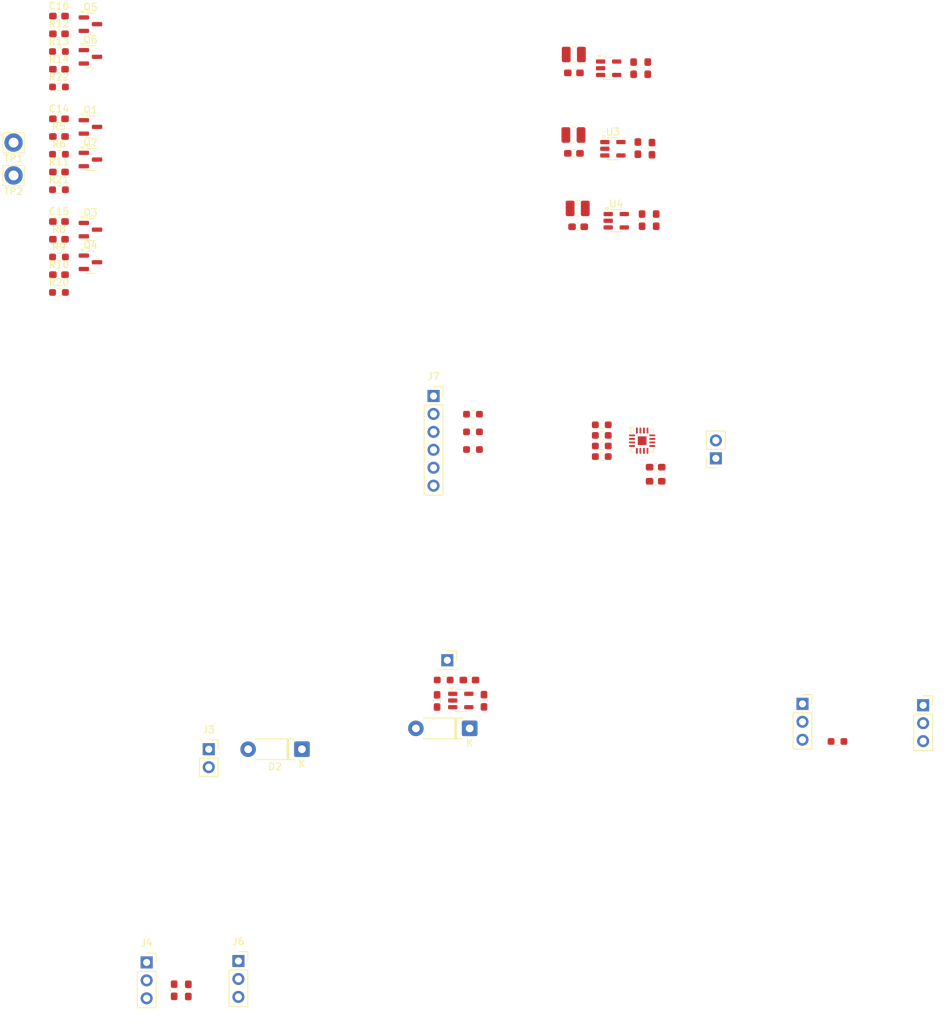
<source format=kicad_pcb>
(kicad_pcb (version 20241229) (generator "pcbnew") (generator_version "9.0")
  (layers (0 "F.Cu" signal) (2 "B.Cu" signal) (13 "F.Paste" user) (15 "B.Paste" user) (5 "F.SilkS" user "F.Silkscreen") (7 "B.SilkS" user "B.Silkscreen") (1 "F.Mask" user) (3 "B.Mask" user) (25 "Edge.Cuts" user))
  (net 0 "")
  (net 1 "GND")
  (net 2 "/5V_audio")
  (net 3 "/Vin")
  (net 4 "/5V_servo")
  (net 5 "/Power ctrl PYR1/pwr_out")
  (net 6 "/power")
  (net 7 "/Vbatt")
  (net 8 "/Power ctrl PYR/pwr_out")
  (net 9 "/5V_pyr")
  (net 10 "/Power ctrl/pwr_out")
  (net 11 "/Power ctrl/en")
  (net 12 "Net-(J1-Pin_3)")
  (net 13 "/charge_en")
  (net 14 "/pyr_en")
  (net 15 "Net-(J4-Pin_3)")
  (net 16 "Net-(J5-Pin_3)")
  (net 17 "/pyr_in")
  (net 18 "Net-(J7-Pin_3)")
  (net 19 "Net-(J7-Pin_2)")
  (net 20 "VDD")
  (net 21 "/audio_en")
  (net 22 "Net-(J7-Pin_4)")
  (net 23 "Net-(J8-Pin_1)")
  (net 24 "Net-(J8-Pin_2)")
  (net 25 "Net-(U1-SW)")
  (net 26 "Net-(U3-SW)")
  (net 27 "Net-(U4-SW)")
  (net 28 "Net-(Q1-B)")
  (net 29 "Net-(Q1-C)")
  (net 30 "Net-(Q2-G)")
  (net 31 "Net-(Q3-B)")
  (net 32 "Net-(Q3-C)")
  (net 33 "Net-(Q4-G)")
  (net 34 "Net-(Q5-C)")
  (net 35 "Net-(Q5-B)")
  (net 36 "Net-(Q6-G)")
  (net 37 "Net-(U2-DIN)")
  (net 38 "Net-(U2-BCLK)")
  (net 39 "Net-(U2-LRCLK)")
  (net 40 "Net-(U2-GAIN_SLOT)")
  (net 41 "Net-(U2-~{SD_MODE})")
  (net 42 "Net-(U8-PROG)")
  (footprint "Connector_PinSocket_2.54mm:PinSocket_1x03_P2.54mm_Vertical" (layer "F.Cu") (at 183.625 129.975)
    (property "Reference" "J5" (hide yes))
    (property "Value" "servo out")
    (pad "1" thru_hole rect (at 0 0) (size 1.7 1.7) (drill 1) (layers "*.Cu" "*.Mask") (net 1 "GND"))
    (pad "2" thru_hole circle (at 0 2.54) (size 1.7 1.7) (drill 1) (layers "*.Cu" "*.Mask") (net 10 "/Power ctrl/pwr_out"))
    (pad "3" thru_hole circle (at 0 5.08) (size 1.7 1.7) (drill 1) (layers "*.Cu" "*.Mask") (net 16 "Net-(J5-Pin_3)"))
  )
  (footprint "Connector_PinSocket_2.54mm:PinSocket_1x02_P2.54mm_Vertical" (layer "F.Cu") (at 82.4 136.2)
    (property "Reference" "J3" (at 0 -2.77 0) (layer "F.SilkS"))
    (property "Value" "power")
    (pad "1" thru_hole rect (at 0 0) (size 1.7 1.7) (drill 1) (layers "*.Cu" "*.Mask") (net 6 "/power"))
    (pad "2" thru_hole circle (at 0 2.54) (size 1.7 1.7) (drill 1) (layers "*.Cu" "*.Mask") (net 1 "GND"))
  )
  (footprint "Capacitor_SMD:C_0603_1608Metric_Pad1.08x0.95mm_HandSolder" (layer "F.Cu") (at 61.175 39.89)
    (property "Reference" "R14" (at 0 -1.43 0) (layer "F.SilkS"))
    (property "Value" "1k")
    (pad "1" smd roundrect (at -0.8625 0) (size 1.075 0.95) (layers "F.Cu" "F.Mask" "F.Paste") (net 36 "Net-(Q6-G)"))
    (pad "2" smd roundrect (at 0.8625 0) (size 1.075 0.95) (layers "F.Cu" "F.Mask" "F.Paste") (net 34 "Net-(Q5-C)"))
  )
  (footprint "Package_DFN_QFN:TQFN-16-1EP_3x3mm_P0.5mm_EP1.23x1.23mm" (layer "F.Cu") (at 143.8125 92.5)
    (property "Reference" "U2" (hide yes))
    (property "Value" "MAX98357A")
    (pad "1" smd roundrect (at -1.4375 -0.75) (size 0.825 0.25) (layers "F.Cu" "F.Mask" "F.Paste") (net 37 "Net-(U2-DIN)"))
    (pad "2" smd roundrect (at -1.4375 -0.25) (size 0.825 0.25) (layers "F.Cu" "F.Mask" "F.Paste") (net 40 "Net-(U2-GAIN_SLOT)"))
    (pad "3" smd roundrect (at -1.4375 0.25) (size 0.825 0.25) (layers "F.Cu" "F.Mask" "F.Paste") (net 1 "GND"))
    (pad "4" smd roundrect (at -1.4375 0.75) (size 0.825 0.25) (layers "F.Cu" "F.Mask" "F.Paste") (net 41 "Net-(U2-~{SD_MODE})"))
    (pad "5" smd roundrect (at -0.75 1.4375) (size 0.25 0.825) (layers "F.Cu" "F.Mask" "F.Paste"))
    (pad "6" smd roundrect (at -0.25 1.4375) (size 0.25 0.825) (layers "F.Cu" "F.Mask" "F.Paste"))
    (pad "7" smd roundrect (at 0.25 1.4375) (size 0.25 0.825) (layers "F.Cu" "F.Mask" "F.Paste") (net 2 "/5V_audio"))
    (pad "8" smd roundrect (at 0.75 1.4375) (size 0.25 0.825) (layers "F.Cu" "F.Mask" "F.Paste") (net 2 "/5V_audio"))
    (pad "9" smd roundrect (at 1.4375 0.75) (size 0.825 0.25) (layers "F.Cu" "F.Mask" "F.Paste") (net 23 "Net-(J8-Pin_1)"))
    (pad "10" smd roundrect (at 1.4375 0.25) (size 0.825 0.25) (layers "F.Cu" "F.Mask" "F.Paste") (net 24 "Net-(J8-Pin_2)"))
    (pad "11" smd roundrect (at 1.4375 -0.25) (size 0.825 0.25) (layers "F.Cu" "F.Mask" "F.Paste") (net 1 "GND"))
    (pad "12" smd roundrect (at 1.4375 -0.75) (size 0.825 0.25) (layers "F.Cu" "F.Mask" "F.Paste"))
    (pad "13" smd roundrect (at 0.75 -1.4375) (size 0.25 0.825) (layers "F.Cu" "F.Mask" "F.Paste"))
    (pad "14" smd roundrect (at 0.25 -1.4375) (size 0.25 0.825) (layers "F.Cu" "F.Mask" "F.Paste") (net 39 "Net-(U2-LRCLK)"))
    (pad "15" smd roundrect (at -0.25 -1.4375) (size 0.25 0.825) (layers "F.Cu" "F.Mask" "F.Paste") (net 1 "GND"))
    (pad "16" smd roundrect (at -0.75 -1.4375) (size 0.25 0.825) (layers "F.Cu" "F.Mask" "F.Paste") (net 38 "Net-(U2-BCLK)"))
    (pad "17" smd rect (at 0 0) (size 1.23 1.23) (property pad_prop_heatsink) (layers "F.Cu" "F.Mask") (net 1 "GND"))
  )
  (footprint "Connector_Pin:Pin_D1.4mm_L8.5mm_W2.8mm_FlatFork" (layer "F.Cu") (at 54.745 50.28)
    (property "Reference" "TP1" (at 0 2.25 0) (layer "F.SilkS"))
    (property "Value" "+")
    (pad "1" thru_hole circle (at 0 0) (size 2.6 2.6) (drill 1.4) (layers "*.Cu" "*.Mask") (net 7 "/Vbatt"))
  )
  (footprint "Resistor_SMD:R_0603_1608Metric_Pad0.98x0.95mm_HandSolder" (layer "F.Cu") (at 171.4875 135.1)
    (property "Reference" "R7" (hide yes))
    (property "Value" "33")
    (pad "1" smd roundrect (at -0.9125 0) (size 0.975 0.95) (layers "F.Cu" "F.Mask" "F.Paste") (net 12 "Net-(J1-Pin_3)"))
    (pad "2" smd roundrect (at 0.9125 0) (size 0.975 0.95) (layers "F.Cu" "F.Mask" "F.Paste") (net 16 "Net-(J5-Pin_3)"))
  )
  (footprint "Resistor_SMD:R_0603_1608Metric_Pad0.98x0.95mm_HandSolder" (layer "F.Cu") (at 138.0875 93.25)
    (property "Reference" "R19" (hide yes))
    (property "Value" "100k")
    (pad "1" smd roundrect (at -0.9125 0) (size 0.975 0.95) (layers "F.Cu" "F.Mask" "F.Paste") (net 1 "GND"))
    (pad "2" smd roundrect (at 0.9125 0) (size 0.975 0.95) (layers "F.Cu" "F.Mask" "F.Paste") (net 41 "Net-(U2-~{SD_MODE})"))
  )
  (footprint "Resistor_SMD:R_0603_1608Metric_Pad0.98x0.95mm_HandSolder" (layer "F.Cu") (at 138.0875 91.75)
    (property "Reference" "R16" (hide yes))
    (property "Value" "100k")
    (pad "1" smd roundrect (at -0.9125 0) (size 0.975 0.95) (layers "F.Cu" "F.Mask" "F.Paste") (net 20 "VDD"))
    (pad "2" smd roundrect (at 0.9125 0) (size 0.975 0.95) (layers "F.Cu" "F.Mask" "F.Paste") (net 40 "Net-(U2-GAIN_SLOT)"))
  )
  (footprint "Capacitor_SMD:C_0603_1608Metric_Pad1.08x0.95mm_HandSolder" (layer "F.Cu") (at 143.2 51.0625 90)
    (property "Reference" "C9" (hide yes))
    (property "Value" "100n")
    (pad "1" smd roundrect (at -0.8625 0 90) (size 1.075 0.95) (layers "F.Cu" "F.Mask" "F.Paste") (net 4 "/5V_servo"))
    (pad "2" smd roundrect (at 0.8625 0 90) (size 1.075 0.95) (layers "F.Cu" "F.Mask" "F.Paste") (net 1 "GND"))
  )
  (footprint "Capacitor_SMD:C_0603_1608Metric_Pad1.08x0.95mm_HandSolder" (layer "F.Cu") (at 61.175 49.42)
    (property "Reference" "R5" (at 0 -1.43 0) (layer "F.SilkS"))
    (property "Value" "1k")
    (pad "1" smd roundrect (at -0.8625 0) (size 1.075 0.95) (layers "F.Cu" "F.Mask" "F.Paste") (net 14 "/pyr_en"))
    (pad "2" smd roundrect (at 0.8625 0) (size 1.075 0.95) (layers "F.Cu" "F.Mask" "F.Paste") (net 28 "Net-(Q1-B)"))
  )
  (footprint "Resistor_SMD:R_0603_1608Metric_Pad0.98x0.95mm_HandSolder" (layer "F.Cu") (at 115.6875 126.4)
    (property "Reference" "R1" (hide yes))
    (property "Value" "2k")
    (pad "1" smd roundrect (at -0.9125 0) (size 0.975 0.95) (layers "F.Cu" "F.Mask" "F.Paste") (net 1 "GND"))
    (pad "2" smd roundrect (at 0.9125 0) (size 0.975 0.95) (layers "F.Cu" "F.Mask" "F.Paste") (net 13 "/charge_en"))
  )
  (footprint "Capacitor_SMD:C_0603_1608Metric_Pad1.08x0.95mm_HandSolder" (layer "F.Cu") (at 134.1375 51.8)
    (property "Reference" "C4" (hide yes))
    (property "Value" "22u")
    (pad "1" smd roundrect (at -0.8625 0) (size 1.075 0.95) (layers "F.Cu" "F.Mask" "F.Paste") (net 3 "/Vin"))
    (pad "2" smd roundrect (at 0.8625 0) (size 1.075 0.95) (layers "F.Cu" "F.Mask" "F.Paste") (net 1 "GND"))
  )
  (footprint "Capacitor_SMD:C_0603_1608Metric_Pad1.08x0.95mm_HandSolder" (layer "F.Cu") (at 61.175 46.91)
    (property "Reference" "C14" (at 0 -1.43 0) (layer "F.SilkS"))
    (property "Value" "22u")
    (pad "1" smd roundrect (at -0.8625 0) (size 1.075 0.95) (layers "F.Cu" "F.Mask" "F.Paste") (net 8 "/Power ctrl PYR/pwr_out"))
    (pad "2" smd roundrect (at 0.8625 0) (size 1.075 0.95) (layers "F.Cu" "F.Mask" "F.Paste") (net 1 "GND"))
  )
  (footprint "Resistor_SMD:R_0603_1608Metric_Pad0.98x0.95mm_HandSolder" (layer "F.Cu") (at 119.8375 91.25)
    (property "Reference" "R3" (hide yes))
    (property "Value" "33")
    (pad "1" smd roundrect (at -0.9125 0) (size 0.975 0.95) (layers "F.Cu" "F.Mask" "F.Paste") (net 18 "Net-(J7-Pin_3)"))
    (pad "2" smd roundrect (at 0.9125 0) (size 0.975 0.95) (layers "F.Cu" "F.Mask" "F.Paste") (net 38 "Net-(U2-BCLK)"))
  )
  (footprint "Capacitor_SMD:C_0603_1608Metric_Pad1.08x0.95mm_HandSolder" (layer "F.Cu") (at 144.6 39.7375 90)
    (property "Reference" "C1" (hide yes))
    (property "Value" "22u")
    (pad "1" smd roundrect (at -0.8625 0 90) (size 1.075 0.95) (layers "F.Cu" "F.Mask" "F.Paste") (net 2 "/5V_audio"))
    (pad "2" smd roundrect (at 0.8625 0 90) (size 1.075 0.95) (layers "F.Cu" "F.Mask" "F.Paste") (net 1 "GND"))
  )
  (footprint "Capacitor_SMD:C_0603_1608Metric_Pad1.08x0.95mm_HandSolder" (layer "F.Cu") (at 114.75 129.3625 90)
    (property "Reference" "C8" (hide yes))
    (property "Value" "4u7")
    (pad "1" smd roundrect (at -0.8625 0 90) (size 1.075 0.95) (layers "F.Cu" "F.Mask" "F.Paste") (net 7 "/Vbatt"))
    (pad "2" smd roundrect (at 0.8625 0 90) (size 1.075 0.95) (layers "F.Cu" "F.Mask" "F.Paste") (net 1 "GND"))
  )
  (footprint "Connector_Pin:Pin_D1.4mm_L8.5mm_W2.8mm_FlatFork" (layer "F.Cu") (at 54.745 54.93)
    (property "Reference" "TP2" (at 0 2.25 0) (layer "F.SilkS"))
    (property "Value" "-")
    (pad "1" thru_hole circle (at 0 0) (size 2.6 2.6) (drill 1.4) (layers "*.Cu" "*.Mask") (net 1 "GND"))
  )
  (footprint "Resistor_SMD:R_0603_1608Metric_Pad0.98x0.95mm_HandSolder" (layer "F.Cu") (at 138.0875 90.25)
    (property "Reference" "R15" (hide yes))
    (property "Value" "100k")
    (pad "1" smd roundrect (at -0.9125 0) (size 0.975 0.95) (layers "F.Cu" "F.Mask" "F.Paste") (net 1 "GND"))
    (pad "2" smd roundrect (at 0.9125 0) (size 0.975 0.95) (layers "F.Cu" "F.Mask" "F.Paste") (net 40 "Net-(U2-GAIN_SLOT)"))
  )
  (footprint "Package_TO_SOT_SMD:SOT-23-5" (layer "F.Cu") (at 118.1125 129.3)
    (property "Reference" "U8" (hide yes))
    (property "Value" "MCP73812")
    (pad "1" smd roundrect (at -1.1375 -0.95) (size 1.325 0.6) (layers "F.Cu" "F.Mask" "F.Paste") (net 13 "/charge_en"))
    (pad "2" smd roundrect (at -1.1375 0) (size 1.325 0.6) (layers "F.Cu" "F.Mask" "F.Paste") (net 1 "GND"))
    (pad "3" smd roundrect (at -1.1375 0.95) (size 1.325 0.6) (layers "F.Cu" "F.Mask" "F.Paste") (net 7 "/Vbatt"))
    (pad "4" smd roundrect (at 1.1375 0.95) (size 1.325 0.6) (layers "F.Cu" "F.Mask" "F.Paste") (net 6 "/power"))
    (pad "5" smd roundrect (at 1.1375 -0.95) (size 1.325 0.6) (layers "F.Cu" "F.Mask" "F.Paste") (net 42 "Net-(U8-PROG)"))
  )
  (footprint "Resistor_SMD:R_0603_1608Metric_Pad0.98x0.95mm_HandSolder" (layer "F.Cu") (at 138.0875 94.75)
    (property "Reference" "R18" (hide yes))
    (property "Value" "100k")
    (pad "1" smd roundrect (at -0.9125 0) (size 0.975 0.95) (layers "F.Cu" "F.Mask" "F.Paste") (net 20 "VDD"))
    (pad "2" smd roundrect (at 0.9125 0) (size 0.975 0.95) (layers "F.Cu" "F.Mask" "F.Paste") (net 41 "Net-(U2-~{SD_MODE})"))
  )
  (footprint "Connector_PinSocket_2.54mm:PinSocket_1x03_P2.54mm_Vertical" (layer "F.Cu") (at 73.6 166.4)
    (property "Reference" "J4" (at 0 -2.77 0) (layer "F.SilkS"))
    (property "Value" "pyr ctrl")
    (pad "1" thru_hole rect (at 0 0) (size 1.7 1.7) (drill 1) (layers "*.Cu" "*.Mask") (net 14 "/pyr_en"))
    (pad "2" thru_hole circle (at 0 2.54) (size 1.7 1.7) (drill 1) (layers "*.Cu" "*.Mask") (net 1 "GND"))
    (pad "3" thru_hole circle (at 0 5.08) (size 1.7 1.7) (drill 1) (layers "*.Cu" "*.Mask") (net 15 "Net-(J4-Pin_3)"))
  )
  (footprint "Capacitor_SMD:C_0603_1608Metric_Pad1.08x0.95mm_HandSolder" (layer "F.Cu") (at 79.5 170.3625 90)
    (property "Reference" "R98" (hide yes))
    (property "Value" "1k")
    (pad "1" smd roundrect (at -0.8625 0 90) (size 1.075 0.95) (layers "F.Cu" "F.Mask" "F.Paste") (net 15 "Net-(J4-Pin_3)"))
    (pad "2" smd roundrect (at 0.8625 0 90) (size 1.075 0.95) (layers "F.Cu" "F.Mask" "F.Paste") (net 17 "/pyr_in"))
  )
  (footprint "Resistor_SMD:R_0603_1608Metric_Pad0.98x0.95mm_HandSolder" (layer "F.Cu") (at 119.8375 88.75)
    (property "Reference" "R2" (hide yes))
    (property "Value" "33")
    (pad "1" smd roundrect (at -0.9125 0) (size 0.975 0.95) (layers "F.Cu" "F.Mask" "F.Paste") (net 19 "Net-(J7-Pin_2)"))
    (pad "2" smd roundrect (at 0.9125 0) (size 0.975 0.95) (layers "F.Cu" "F.Mask" "F.Paste") (net 37 "Net-(U2-DIN)"))
  )
  (footprint "Inductor_SMD:L_1008_2520Metric" (layer "F.Cu") (at 134.125 37.8)
    (property "Reference" "L1" (hide yes))
    (property "Value" "4.7uH")
    (pad "1" smd roundrect (at -1.075 0) (size 1.25 2.2) (layers "F.Cu" "F.Mask" "F.Paste") (roundrect_rratio 0.2) (net 5 "/Power ctrl PYR1/pwr_out"))
    (pad "2" smd roundrect (at 1.075 0) (size 1.25 2.2) (layers "F.Cu" "F.Mask" "F.Paste") (roundrect_rratio 0.2) (net 25 "Net-(U1-SW)"))
  )
  (footprint "Package_TO_SOT_SMD:SOT-23" (layer "F.Cu") (at 65.635 67.23)
    (property "Reference" "Q4" (at 0 -2.4 0) (layer "F.SilkS"))
    (property "Value" "PMOS")
    (pad "1" smd roundrect (at -0.9375 -0.95) (size 1.475 0.6) (layers "F.Cu" "F.Mask" "F.Paste") (net 10 "/Power ctrl/pwr_out"))
    (pad "2" smd roundrect (at -0.9375 0.95) (size 1.475 0.6) (layers "F.Cu" "F.Mask" "F.Paste") (net 33 "Net-(Q4-G)"))
    (pad "3" smd roundrect (at 0.9375 0) (size 1.475 0.6) (layers "F.Cu" "F.Mask" "F.Paste") (net 4 "/5V_servo"))
  )
  (footprint "Package_TO_SOT_SMD:SOT-23" (layer "F.Cu") (at 65.635 62.605)
    (property "Reference" "Q3" (at 0 -2.4 0) (layer "F.SilkS"))
    (property "Value" "NPN")
    (pad "1" smd roundrect (at -0.9375 -0.95) (size 1.475 0.6) (layers "F.Cu" "F.Mask" "F.Paste") (net 32 "Net-(Q3-C)"))
    (pad "2" smd roundrect (at -0.9375 0.95) (size 1.475 0.6) (layers "F.Cu" "F.Mask" "F.Paste") (net 31 "Net-(Q3-B)"))
    (pad "3" smd roundrect (at 0.9375 0) (size 1.475 0.6) (layers "F.Cu" "F.Mask" "F.Paste") (net 1 "GND"))
  )
  (footprint "Capacitor_SMD:C_0603_1608Metric_Pad1.08x0.95mm_HandSolder" (layer "F.Cu") (at 142.6 39.7375 90)
    (property "Reference" "C17" (hide yes))
    (property "Value" "100n")
    (pad "1" smd roundrect (at -0.8625 0 90) (size 1.075 0.95) (layers "F.Cu" "F.Mask" "F.Paste") (net 2 "/5V_audio"))
    (pad "2" smd roundrect (at 0.8625 0 90) (size 1.075 0.95) (layers "F.Cu" "F.Mask" "F.Paste") (net 1 "GND"))
  )
  (footprint "Capacitor_SMD:C_0603_1608Metric_Pad1.08x0.95mm_HandSolder" (layer "F.Cu") (at 145.725 98.25)
    (property "Reference" "C2" (hide yes))
    (property "Value" "22u")
    (pad "1" smd roundrect (at -0.8625 0) (size 1.075 0.95) (layers "F.Cu" "F.Mask" "F.Paste") (net 2 "/5V_audio"))
    (pad "2" smd roundrect (at 0.8625 0) (size 1.075 0.95) (layers "F.Cu" "F.Mask" "F.Paste") (net 1 "GND"))
  )
  (footprint "Connector_PinSocket_2.54mm:PinSocket_1x03_P2.54mm_Vertical" (layer "F.Cu") (at 86.6 166.2)
    (property "Reference" "J6" (at 0 -2.77 0) (layer "F.SilkS"))
    (property "Value" "pyr in")
    (pad "1" thru_hole rect (at 0 0) (size 1.7 1.7) (drill 1) (layers "*.Cu" "*.Mask") (net 9 "/5V_pyr"))
    (pad "2" thru_hole circle (at 0 2.54) (size 1.7 1.7) (drill 1) (layers "*.Cu" "*.Mask") (net 17 "/pyr_in"))
    (pad "3" thru_hole circle (at 0 5.08) (size 1.7 1.7) (drill 1) (layers "*.Cu" "*.Mask") (net 1 "GND"))
  )
  (footprint "Diode_THT:D_DO-41_SOD81_P7.62mm_Horizontal" (layer "F.Cu") (at 119.37 133.25 180)
    (property "Reference" "D1" (hide yes))
    (property "Value" "1N5819")
    (fp_text user "K" (at 0 -2.1 0) (layer "F.SilkS"))
    (pad "1" thru_hole roundrect (at 0 0 180) (size 2.2 2.2) (drill 1.1) (layers "*.Cu" "*.Mask") (roundrect_rratio 0.113636) (net 3 "/Vin"))
    (pad "2" thru_hole circle (at 7.62 0 180) (size 2.2 2.2) (drill 1.1) (layers "*.Cu" "*.Mask") (net 7 "/Vbatt"))
  )
  (footprint "Capacitor_SMD:C_0603_1608Metric_Pad1.08x0.95mm_HandSolder" (layer "F.Cu") (at 121.4 129.3375 90)
    (property "Reference" "C7" (hide yes))
    (property "Value" "4u7")
    (pad "1" smd roundrect (at -0.8625 0 90) (size 1.075 0.95) (layers "F.Cu" "F.Mask" "F.Paste") (net 6 "/power"))
    (pad "2" smd roundrect (at 0.8625 0 90) (size 1.075 0.95) (layers "F.Cu" "F.Mask" "F.Paste") (net 1 "GND"))
  )
  (footprint "Capacitor_SMD:C_0603_1608Metric_Pad1.08x0.95mm_HandSolder" (layer "F.Cu") (at 61.175 54.44)
    (property "Reference" "R11" (at 0 -1.43 0) (layer "F.SilkS"))
    (property "Value" "1k")
    (pad "1" smd roundrect (at -0.8625 0) (size 1.075 0.95) (layers "F.Cu" "F.Mask" "F.Paste") (net 30 "Net-(Q2-G)"))
    (pad "2" smd roundrect (at 0.8625 0) (size 1.075 0.95) (layers "F.Cu" "F.Mask" "F.Paste") (net 29 "Net-(Q1-C)"))
  )
  (footprint "Resistor_SMD:R_0603_1608Metric_Pad0.98x0.95mm_HandSolder" (layer "F.Cu") (at 61.175 42.4)
    (property "Reference" "R22" (at 0 -1.43 0) (layer "F.SilkS"))
    (property "Value" "100k")
    (pad "1" smd roundrect (at -0.9125 0) (size 0.975 0.95) (layers "F.Cu" "F.Mask" "F.Paste") (net 21 "/audio_en"))
    (pad "2" smd roundrect (at 0.9125 0) (size 0.975 0.95) (layers "F.Cu" "F.Mask" "F.Paste") (net 1 "GND"))
  )
  (footprint "Resistor_SMD:R_0603_1608Metric_Pad0.98x0.95mm_HandSolder" (layer "F.Cu") (at 61.175 51.93)
    (property "Reference" "R6" (at 0 -1.43 0) (layer "F.SilkS"))
    (property "Value" "100k")
    (pad "1" smd roundrect (at -0.9125 0) (size 0.975 0.95) (layers "F.Cu" "F.Mask" "F.Paste") (net 3 "/Vin"))
    (pad "2" smd roundrect (at 0.9125 0) (size 0.975 0.95) (layers "F.Cu" "F.Mask" "F.Paste") (net 30 "Net-(Q2-G)"))
  )
  (footprint "Capacitor_SMD:C_0603_1608Metric_Pad1.08x0.95mm_HandSolder" (layer "F.Cu") (at 61.175 63.97)
    (property "Reference" "R8" (at 0 -1.43 0) (layer "F.SilkS"))
    (property "Value" "1k")
    (pad "1" smd roundrect (at -0.8625 0) (size 1.075 0.95) (layers "F.Cu" "F.Mask" "F.Paste") (net 11 "/Power ctrl/en"))
    (pad "2" smd roundrect (at 0.8625 0) (size 1.075 0.95) (layers "F.Cu" "F.Mask" "F.Paste") (net 31 "Net-(Q3-B)"))
  )
  (footprint "Capacitor_SMD:C_0603_1608Metric_Pad1.08x0.95mm_HandSolder" (layer "F.Cu") (at 77.5 170.3375 -90)
    (property "Reference" "R17" (hide yes))
    (property "Value" "2k")
    (pad "1" smd roundrect (at -0.8625 0 270) (size 1.075 0.95) (layers "F.Cu" "F.Mask" "F.Paste") (net 1 "GND"))
    (pad "2" smd roundrect (at 0.8625 0 270) (size 1.075 0.95) (layers "F.Cu" "F.Mask" "F.Paste") (net 15 "Net-(J4-Pin_3)"))
  )
  (footprint "Resistor_SMD:R_0603_1608Metric_Pad0.98x0.95mm_HandSolder" (layer "F.Cu") (at 119.8375 93.75)
    (property "Reference" "R4" (hide yes))
    (property "Value" "33")
    (pad "1" smd roundrect (at -0.9125 0) (size 0.975 0.95) (layers "F.Cu" "F.Mask" "F.Paste") (net 22 "Net-(J7-Pin_4)"))
    (pad "2" smd roundrect (at 0.9125 0) (size 0.975 0.95) (layers "F.Cu" "F.Mask" "F.Paste") (net 39 "Net-(U2-LRCLK)"))
  )
  (footprint "Package_TO_SOT_SMD:SOT-23" (layer "F.Cu") (at 65.635 33.505)
    (property "Reference" "Q5" (at 0 -2.4 0) (layer "F.SilkS"))
    (property "Value" "NPN")
    (pad "1" smd roundrect (at -0.9375 -0.95) (size 1.475 0.6) (layers "F.Cu" "F.Mask" "F.Paste") (net 34 "Net-(Q5-C)"))
    (pad "2" smd roundrect (at -0.9375 0.95) (size 1.475 0.6) (layers "F.Cu" "F.Mask" "F.Paste") (net 35 "Net-(Q5-B)"))
    (pad "3" smd roundrect (at 0.9375 0) (size 1.475 0.6) (layers "F.Cu" "F.Mask" "F.Paste") (net 1 "GND"))
  )
  (footprint "Resistor_SMD:R_0603_1608Metric_Pad0.98x0.95mm_HandSolder" (layer "F.Cu") (at 61.175 66.48)
    (property "Reference" "R9" (at 0 -1.43 0) (layer "F.SilkS"))
    (property "Value" "100k")
    (pad "1" smd roundrect (at -0.9125 0) (size 0.975 0.95) (layers "F.Cu" "F.Mask" "F.Paste") (net 4 "/5V_servo"))
    (pad "2" smd roundrect (at 0.9125 0) (size 0.975 0.95) (layers "F.Cu" "F.Mask" "F.Paste") (net 33 "Net-(Q4-G)"))
  )
  (footprint "Package_TO_SOT_SMD:SOT-23-5" (layer "F.Cu") (at 139.0625 39.75)
    (property "Reference" "U1" (hide yes))
    (property "Value" "TPS613222ADBV")
    (pad "1" smd roundrect (at -1.1375 -0.95) (size 1.325 0.6) (layers "F.Cu" "F.Mask" "F.Paste") (net 25 "Net-(U1-SW)"))
    (pad "2" smd roundrect (at -1.1375 0) (size 1.325 0.6) (layers "F.Cu" "F.Mask" "F.Paste") (net 1 "GND"))
    (pad "3" smd roundrect (at -1.1375 0.95) (size 1.325 0.6) (layers "F.Cu" "F.Mask" "F.Paste"))
    (pad "4" smd roundrect (at 1.1375 0.95) (size 1.325 0.6) (layers "F.Cu" "F.Mask" "F.Paste") (net 2 "/5V_audio"))
    (pad "5" smd roundrect (at 1.1375 -0.95) (size 1.325 0.6) (layers "F.Cu" "F.Mask" "F.Paste"))
  )
  (footprint "Connector_PinSocket_2.54mm:PinSocket_1x03_P2.54mm_Vertical" (layer "F.Cu") (at 166.525 129.775)
    (property "Reference" "J1" (hide yes))
    (property "Value" "servo ctrl")
    (pad "1" thru_hole rect (at 0 0) (size 1.7 1.7) (drill 1) (layers "*.Cu" "*.Mask") (net 11 "/Power ctrl/en"))
    (pad "2" thru_hole circle (at 0 2.54) (size 1.7 1.7) (drill 1) (layers "*.Cu" "*.Mask") (net 1 "GND"))
    (pad "3" thru_hole circle (at 0 5.08) (size 1.7 1.7) (drill 1) (layers "*.Cu" "*.Mask") (net 12 "Net-(J1-Pin_3)"))
  )
  (footprint "Resistor_SMD:R_0603_1608Metric_Pad0.98x0.95mm_HandSolder" (layer "F.Cu") (at 61.175 56.95)
    (property "Reference" "R21" (at 0 -1.43 0) (layer "F.SilkS"))
    (property "Value" "100k")
    (pad "1" smd roundrect (at -0.9125 0) (size 0.975 0.95) (layers "F.Cu" "F.Mask" "F.Paste") (net 14 "/pyr_en"))
    (pad "2" smd roundrect (at 0.9125 0) (size 0.975 0.95) (layers "F.Cu" "F.Mask" "F.Paste") (net 1 "GND"))
  )
  (footprint "Inductor_SMD:L_1008_2520Metric" (layer "F.Cu") (at 134.075 49.2)
    (property "Reference" "L2" (hide yes))
    (property "Value" "4.7uH")
    (pad "1" smd roundrect (at -1.075 0) (size 1.25 2.2) (layers "F.Cu" "F.Mask" "F.Paste") (roundrect_rratio 0.2) (net 3 "/Vin"))
    (pad "2" smd roundrect (at 1.075 0) (size 1.25 2.2) (layers "F.Cu" "F.Mask" "F.Paste") (roundrect_rratio 0.2) (net 26 "Net-(U3-SW)"))
  )
  (footprint "Capacitor_SMD:C_0603_1608Metric_Pad1.08x0.95mm_HandSolder" (layer "F.Cu") (at 61.175 34.87)
    (property "Reference" "R12" (at 0 -1.43 0) (layer "F.SilkS"))
    (property "Value" "1k")
    (pad "1" smd roundrect (at -0.8625 0) (size 1.075 0.95) (layers "F.Cu" "F.Mask" "F.Paste") (net 21 "/audio_en"))
    (pad "2" smd roundrect (at 0.8625 0) (size 1.075 0.95) (layers "F.Cu" "F.Mask" "F.Paste") (net 35 "Net-(Q5-B)"))
  )
  (footprint "Connector_PinSocket_2.54mm:PinSocket_1x02_P2.54mm_Vertical" (layer "F.Cu") (at 154.25 95 180)
    (property "Reference" "J8" (hide yes))
    (property "Value" "speaker")
    (pad "1" thru_hole rect (at 0 0 180) (size 1.7 1.7) (drill 1) (layers "*.Cu" "*.Mask") (net 23 "Net-(J8-Pin_1)"))
    (pad "2" thru_hole circle (at 0 2.54 180) (size 1.7 1.7) (drill 1) (layers "*.Cu" "*.Mask") (net 24 "Net-(J8-Pin_2)"))
  )
  (footprint "Package_TO_SOT_SMD:SOT-23-5" (layer "F.Cu") (at 140.1375 61.35)
    (property "Reference" "U4" (at 0 -2.4 0) (layer "F.SilkS"))
    (property "Value" "TPS613222ADBV")
    (pad "1" smd roundrect (at -1.1375 -0.95) (size 1.325 0.6) (layers "F.Cu" "F.Mask" "F.Paste") (net 27 "Net-(U4-SW)"))
    (pad "2" smd roundrect (at -1.1375 0) (size 1.325 0.6) (layers "F.Cu" "F.Mask" "F.Paste") (net 1 "GND"))
    (pad "3" smd roundrect (at -1.1375 0.95) (size 1.325 0.6) (layers "F.Cu" "F.Mask" "F.Paste"))
    (pad "4" smd roundrect (at 1.1375 0.95) (size 1.325 0.6) (layers "F.Cu" "F.Mask" "F.Paste") (net 9 "/5V_pyr"))
    (pad "5" smd roundrect (at 1.1375 -0.95) (size 1.325 0.6) (layers "F.Cu" "F.Mask" "F.Paste"))
  )
  (footprint "Diode_THT:D_DO-41_SOD81_P7.62mm_Horizontal" (layer "F.Cu") (at 95.6 136.2 180)
    (property "Reference" "D2" (at 3.81 -2.47 0) (layer "F.SilkS"))
    (property "Value" "1N5819")
    (fp_text user "K" (at 0 -2.1 0) (layer "F.SilkS"))
    (pad "1" thru_hole roundrect (at 0 0 180) (size 2.2 2.2) (drill 1.1) (layers "*.Cu" "*.Mask") (roundrect_rratio 0.113636) (net 3 "/Vin"))
    (pad "2" thru_hole circle (at 7.62 0 180) (size 2.2 2.2) (drill 1.1) (layers "*.Cu" "*.Mask") (net 6 "/power"))
  )
  (footprint "Inductor_SMD:L_1008_2520Metric" (layer "F.Cu") (at 134.675 59.6)
    (property "Reference" "L3" (hide yes))
    (property "Value" "4.7uH")
    (pad "1" smd roundrect (at -1.075 0) (size 1.25 2.2) (layers "F.Cu" "F.Mask" "F.Paste") (roundrect_rratio 0.2) (net 8 "/Power ctrl PYR/pwr_out"))
    (pad "2" smd roundrect (at 1.075 0) (size 1.25 2.2) (layers "F.Cu" "F.Mask" "F.Paste") (roundrect_rratio 0.2) (net 27 "Net-(U4-SW)"))
  )
  (footprint "Capacitor_SMD:C_0603_1608Metric_Pad1.08x0.95mm_HandSolder" (layer "F.Cu") (at 119.3375 126.4)
    (property "Reference" "R83" (hide yes))
    (property "Value" "2k")
    (pad "1" smd roundrect (at -0.8625 0) (size 1.075 0.95) (layers "F.Cu" "F.Mask" "F.Paste") (net 1 "GND"))
    (pad "2" smd roundrect (at 0.8625 0) (size 1.075 0.95) (layers "F.Cu" "F.Mask" "F.Paste") (net 42 "Net-(U8-PROG)"))
  )
  (footprint "Capacitor_SMD:C_0603_1608Metric_Pad1.08x0.95mm_HandSolder" (layer "F.Cu") (at 61.175 68.99)
    (property "Reference" "R10" (at 0 -1.43 0) (layer "F.SilkS"))
    (property "Value" "1k")
    (pad "1" smd roundrect (at -0.8625 0) (size 1.075 0.95) (layers "F.Cu" "F.Mask" "F.Paste") (net 33 "Net-(Q4-G)"))
    (pad "2" smd roundrect (at 0.8625 0) (size 1.075 0.95) (layers "F.Cu" "F.Mask" "F.Paste") (net 32 "Net-(Q3-C)"))
  )
  (footprint "Capacitor_SMD:C_0603_1608Metric_Pad1.08x0.95mm_HandSolder" (layer "F.Cu") (at 134.7375 62.2)
    (property "Reference" "C10" (hide yes))
    (property "Value" "22u")
    (pad "1" smd roundrect (at -0.8625 0) (size 1.075 0.95) (layers "F.Cu" "F.Mask" "F.Paste") (net 8 "/Power ctrl PYR/pwr_out"))
    (pad "2" smd roundrect (at 0.8625 0) (size 1.075 0.95) (layers "F.Cu" "F.Mask" "F.Paste") (net 1 "GND"))
  )
  (footprint "Resistor_SMD:R_0603_1608Metric_Pad0.98x0.95mm_HandSolder" (layer "F.Cu") (at 61.175 37.38)
    (property "Reference" "R13" (at 0 -1.43 0) (layer "F.SilkS"))
    (property "Value" "100k")
    (pad "1" smd roundrect (at -0.9125 0) (size 0.975 0.95) (layers "F.Cu" "F.Mask" "F.Paste") (net 3 "/Vin"))
    (pad "2" smd roundrect (at 0.9125 0) (size 0.975 0.95) (layers "F.Cu" "F.Mask" "F.Paste") (net 36 "Net-(Q6-G)"))
  )
  (footprint "Capacitor_SMD:C_0603_1608Metric_Pad1.08x0.95mm_HandSolder" (layer "F.Cu") (at 134.1375 40.4)
    (property "Reference" "C6" (hide yes))
    (property "Value" "22u")
    (pad "1" smd roundrect (at -0.8625 0) (size 1.075 0.95) (layers "F.Cu" "F.Mask" "F.Paste") (net 5 "/Power ctrl PYR1/pwr_out"))
    (pad "2" smd roundrect (at 0.8625 0) (size 1.075 0.95) (layers "F.Cu" "F.Mask" "F.Paste") (net 1 "GND"))
  )
  (footprint "Capacitor_SMD:C_0603_1608Metric_Pad1.08x0.95mm_HandSolder" (layer "F.Cu") (at 145.8 61.2625 90)
    (property "Reference" "C11" (hide yes))
    (property "Value" "22u")
    (pad "1" smd roundrect (at -0.8625 0 90) (size 1.075 0.95) (layers "F.Cu" "F.Mask" "F.Paste") (net 9 "/5V_pyr"))
    (pad "2" smd roundrect (at 0.8625 0 90) (size 1.075 0.95) (layers "F.Cu" "F.Mask" "F.Paste") (net 1 "GND"))
  )
  (footprint "Package_TO_SOT_SMD:SOT-23" (layer "F.Cu") (at 65.635 52.68)
    (property "Reference" "Q2" (at 0 -2.4 0) (layer "F.SilkS"))
    (property "Value" "PMOS")
    (pad "1" smd roundrect (at -0.9375 -0.95) (size 1.475 0.6) (layers "F.Cu" "F.Mask" "F.Paste") (net 8 "/Power ctrl PYR/pwr_out"))
    (pad "2" smd roundrect (at -0.9375 0.95) (size 1.475 0.6) (layers "F.Cu" "F.Mask" "F.Paste") (net 30 "Net-(Q2-G)"))
    (pad "3" smd roundrect (at 0.9375 0) (size 1.475 0.6) (layers "F.Cu" "F.Mask" "F.Paste") (net 3 "/Vin"))
  )
  (footprint "Connector_PinSocket_2.54mm:PinSocket_1x01_P2.54mm_Vertical" (layer "F.Cu") (at 116.2 123.6)
    (property "Reference" "J2" (hide yes))
    (property "Value" "charge en")
    (pad "1" thru_hole rect (at 0 0) (size 1.7 1.7) (drill 1) (layers "*.Cu" "*.Mask") (net 13 "/charge_en"))
  )
  (footprint "Package_TO_SOT_SMD:SOT-23" (layer "F.Cu") (at 65.635 48.055)
    (property "Reference" "Q1" (at 0 -2.4 0) (layer "F.SilkS"))
    (property "Value" "NPN")
    (pad "1" smd roundrect (at -0.9375 -0.95) (size 1.475 0.6) (layers "F.Cu" "F.Mask" "F.Paste") (net 29 "Net-(Q1-C)"))
    (pad "2" smd roundrect (at -0.9375 0.95) (size 1.475 0.6) (layers "F.Cu" "F.Mask" "F.Paste") (net 28 "Net-(Q1-B)"))
    (pad "3" smd roundrect (at 0.9375 0) (size 1.475 0.6) (layers "F.Cu" "F.Mask" "F.Paste") (net 1 "GND"))
  )
  (footprint "Capacitor_SMD:C_0603_1608Metric_Pad1.08x0.95mm_HandSolder" (layer "F.Cu") (at 61.175 32.36)
    (property "Reference" "C16" (at 0 -1.43 0) (layer "F.SilkS"))
    (property "Value" "22u")
    (pad "1" smd roundrect (at -0.8625 0) (size 1.075 0.95) (layers "F.Cu" "F.Mask" "F.Paste") (net 5 "/Power ctrl PYR1/pwr_out"))
    (pad "2" smd roundrect (at 0.8625 0) (size 1.075 0.95) (layers "F.Cu" "F.Mask" "F.Paste") (net 1 "GND"))
  )
  (footprint "Capacitor_SMD:C_0603_1608Metric_Pad1.08x0.95mm_HandSolder" (layer "F.Cu") (at 145.2 51.1375 90)
    (property "Reference" "C5" (hide yes))
    (property "Value" "22u")
    (pad "1" smd roundrect (at -0.8625 0 90) (size 1.075 0.95) (layers "F.Cu" "F.Mask" "F.Paste") (net 4 "/5V_servo"))
    (pad "2" smd roundrect (at 0.8625 0 90) (size 1.075 0.95) (layers "F.Cu" "F.Mask" "F.Paste") (net 1 "GND"))
  )
  (footprint "Capacitor_SMD:C_0603_1608Metric_Pad1.08x0.95mm_HandSolder" (layer "F.Cu") (at 143.8 61.2625 90)
    (property "Reference" "C12" (hide yes))
    (property "Value" "100n")
    (pad "1" smd roundrect (at -0.8625 0 90) (size 1.075 0.95) (layers "F.Cu" "F.Mask" "F.Paste") (net 9 "/5V_pyr"))
    (pad "2" smd roundrect (at 0.8625 0 90) (size 1.075 0.95) (layers "F.Cu" "F.Mask" "F.Paste") (net 1 "GND"))
  )
  (footprint "Capacitor_SMD:C_0603_1608Metric_Pad1.08x0.95mm_HandSolder" (layer "F.Cu") (at 61.175 61.46)
    (property "Reference" "C15" (at 0 -1.43 0) (layer "F.SilkS"))
    (property "Value" "22u")
    (pad "1" smd roundrect (at -0.8625 0) (size 1.075 0.95) (layers "F.Cu" "F.Mask" "F.Paste") (net 10 "/Power ctrl/pwr_out"))
    (pad "2" smd roundrect (at 0.8625 0) (size 1.075 0.95) (layers "F.Cu" "F.Mask" "F.Paste") (net 1 "GND"))
  )
  (footprint "Resistor_SMD:R_0603_1608Metric_Pad0.98x0.95mm_HandSolder" (layer "F.Cu") (at 61.175 71.5)
    (property "Reference" "R20" (at 0 -1.43 0) (layer "F.SilkS"))
    (property "Value" "100k")
    (pad "1" smd roundrect (at -0.9125 0) (size 0.975 0.95) (layers "F.Cu" "F.Mask" "F.Paste") (net 11 "/Power ctrl/en"))
    (pad "2" smd roundrect (at 0.9125 0) (size 0.975 0.95) (layers "F.Cu" "F.Mask" "F.Paste") (net 1 "GND"))
  )
  (footprint "Connector_PinSocket_2.54mm:PinSocket_1x06_P2.54mm_Vertical" (layer "F.Cu") (at 114.25 86.17)
    (property "Reference" "J7" (at 0 -2.77 0) (layer "F.SilkS"))
    (property "Value" "Conn_01x06")
    (pad "1" thru_hole rect (at 0 0) (size 1.7 1.7) (drill 1) (layers "*.Cu" "*.Mask") (net 21 "/audio_en"))
    (pad "2" thru_hole circle (at 0 2.54) (size 1.7 1.7) (drill 1) (layers "*.Cu" "*.Mask") (net 19 "Net-(J7-Pin_2)"))
    (pad "3" thru_hole circle (at 0 5.08) (size 1.7 1.7) (drill 1) (layers "*.Cu" "*.Mask") (net 18 "Net-(J7-Pin_3)"))
    (pad "4" thru_hole circle (at 0 7.62) (size 1.7 1.7) (drill 1) (layers "*.Cu" "*.Mask") (net 22 "Net-(J7-Pin_4)"))
    (pad "5" thru_hole circle (at 0 10.16) (size 1.7 1.7) (drill 1) (layers "*.Cu" "*.Mask") (net 1 "GND"))
    (pad "6" thru_hole circle (at 0 12.7) (size 1.7 1.7) (drill 1) (layers "*.Cu" "*.Mask") (net 20 "VDD"))
  )
  (footprint "Package_TO_SOT_SMD:SOT-23-5" (layer "F.Cu") (at 139.6625 51.15)
    (property "Reference" "U3" (at 0 -2.4 0) (layer "F.SilkS"))
    (property "Value" "TPS613222ADBV")
    (pad "1" smd roundrect (at -1.1375 -0.95) (size 1.325 0.6) (layers "F.Cu" "F.Mask" "F.Paste") (net 26 "Net-(U3-SW)"))
    (pad "2" smd roundrect (at -1.1375 0) (size 1.325 0.6) (layers "F.Cu" "F.Mask" "F.Paste") (net 1 "GND"))
    (pad "3" smd roundrect (at -1.1375 0.95) (size 1.325 0.6) (layers "F.Cu" "F.Mask" "F.Paste"))
    (pad "4" smd roundrect (at 1.1375 0.95) (size 1.325 0.6) (layers "F.Cu" "F.Mask" "F.Paste") (net 4 "/5V_servo"))
    (pad "5" smd roundrect (at 1.1375 -0.95) (size 1.325 0.6) (layers "F.Cu" "F.Mask" "F.Paste"))
  )
  (footprint "Capacitor_SMD:C_0603_1608Metric_Pad1.08x0.95mm_HandSolder" (layer "F.Cu") (at 145.725 96.25)
    (property "Reference" "C3" (hide yes))
    (property "Value" "100n")
    (pad "1" smd roundrect (at -0.8625 0) (size 1.075 0.95) (layers "F.Cu" "F.Mask" "F.Paste") (net 2 "/5V_audio"))
    (pad "2" smd roundrect (at 0.8625 0) (size 1.075 0.95) (layers "F.Cu" "F.Mask" "F.Paste") (net 1 "GND"))
  )
  (footprint "Package_TO_SOT_SMD:SOT-23" (layer "F.Cu") (at 65.635 38.13)
    (property "Reference" "Q6" (at 0 -2.4 0) (layer "F.SilkS"))
    (property "Value" "PMOS")
    (pad "1" smd roundrect (at -0.9375 -0.95) (size 1.475 0.6) (layers "F.Cu" "F.Mask" "F.Paste") (net 5 "/Power ctrl PYR1/pwr_out"))
    (pad "2" smd roundrect (at -0.9375 0.95) (size 1.475 0.6) (layers "F.Cu" "F.Mask" "F.Paste") (net 36 "Net-(Q6-G)"))
    (pad "3" smd roundrect (at 0.9375 0) (size 1.475 0.6) (layers "F.Cu" "F.Mask" "F.Paste") (net 3 "/Vin"))
  )
)
</source>
